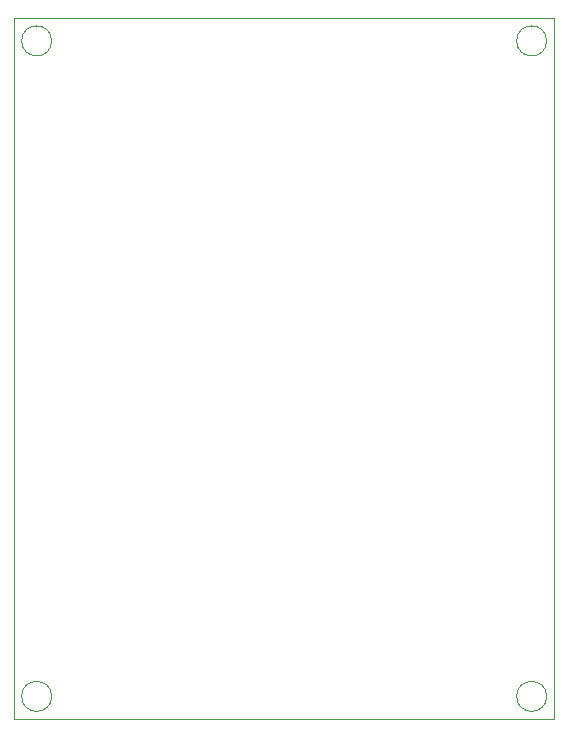
<source format=gbr>
%TF.GenerationSoftware,KiCad,Pcbnew,7.0.9*%
%TF.CreationDate,2024-02-24T17:52:34+09:00*%
%TF.ProjectId,rasp_power_module,72617370-5f70-46f7-9765-725f6d6f6475,5*%
%TF.SameCoordinates,PX4a5d990PY544c140*%
%TF.FileFunction,Profile,NP*%
%FSLAX46Y46*%
G04 Gerber Fmt 4.6, Leading zero omitted, Abs format (unit mm)*
G04 Created by KiCad (PCBNEW 7.0.9) date 2024-02-24 17:52:34*
%MOMM*%
%LPD*%
G01*
G04 APERTURE LIST*
%TA.AperFunction,Profile*%
%ADD10C,0.100000*%
%TD*%
G04 APERTURE END LIST*
D10*
X45085000Y57404000D02*
G75*
G03*
X45085000Y57404000I-1270000J0D01*
G01*
X45085000Y1905000D02*
G75*
G03*
X45085000Y1905000I-1270000J0D01*
G01*
X3175000Y57404000D02*
G75*
G03*
X3175000Y57404000I-1270000J0D01*
G01*
X3175000Y1905000D02*
G75*
G03*
X3175000Y1905000I-1270000J0D01*
G01*
X0Y59309000D02*
X45720000Y59309000D01*
X45720000Y0D01*
X0Y0D01*
X0Y59309000D01*
M02*

</source>
